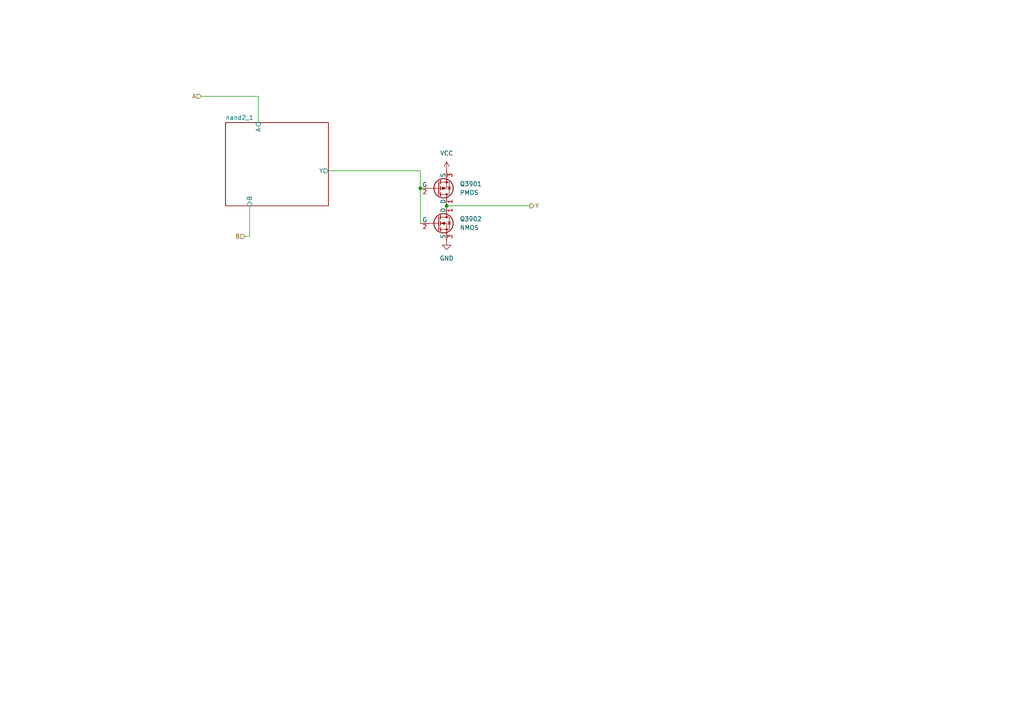
<source format=kicad_sch>
(kicad_sch (version 20250114) (generator "eeschema") (generator_version "9.0")
  (paper "A4")
  (lib_symbols
    (symbol "Simulation_SPICE:NMOS" (pin_names (offset 0))
      (property "Reference" "Q" (at 5.08 1.27 0))
      (property "Value" "NMOS" (at 5.08 -1.27 0))
      (symbol "NMOS_0_1"
        (polyline (pts (xy 0.254 1.905) (xy 0.254 -1.905)) (stroke (width 0.254)))
        (polyline (pts (xy 0.254 0) (xy -2.54 0)))
        (polyline (pts (xy 0.762 2.286) (xy 0.762 1.27)) (stroke (width 0.254)))
        (polyline (pts (xy 0.762 0.508) (xy 0.762 -0.508)) (stroke (width 0.254)))
        (polyline (pts (xy 0.762 -1.27) (xy 0.762 -2.286)) (stroke (width 0.254)))
        (polyline (pts (xy 0.762 -1.778) (xy 3.302 -1.778) (xy 3.302 1.778) (xy 0.762 1.778)))
        (polyline (pts (xy 1.016 0) (xy 2.032 0.381) (xy 2.032 -0.381) (xy 1.016 0)) (fill (type outline)))
        (circle (center 1.651 0) (radius 2.794) (stroke (width 0.254)))
        (polyline (pts (xy 2.54 2.54) (xy 2.54 1.778)))
        (circle (center 2.54 1.778) (radius 0.254) (fill (type outline)))
        (circle (center 2.54 -1.778) (radius 0.254) (fill (type outline)))
        (polyline (pts (xy 2.54 -2.54) (xy 2.54 0) (xy 0.762 0)))
        (polyline (pts (xy 2.794 0.508) (xy 2.921 0.381) (xy 3.683 0.381) (xy 3.81 0.254)))
        (polyline (pts (xy 3.302 0.381) (xy 2.921 -0.254) (xy 3.683 -0.254) (xy 3.302 0.381)))
      )
      (symbol "NMOS_1_1"
        (pin input line (at -5.08 0 0) (length 2.54) (name "G") (number "2"))
        (pin passive line (at 2.54 5.08 270) (length 2.54) (name "D") (number "1"))
        (pin passive line (at 2.54 -5.08 90) (length 2.54) (name "S") (number "3"))
      )
    )
    (symbol "Simulation_SPICE:PMOS" (pin_names (offset 0))
      (property "Reference" "Q" (at 5.08 1.27 0))
      (property "Value" "PMOS" (at 5.08 -1.27 0))
      (symbol "PMOS_0_1"
        (polyline (pts (xy 0.254 1.905) (xy 0.254 -1.905)) (stroke (width 0.254)))
        (polyline (pts (xy 0.254 0) (xy -2.54 0)))
        (polyline (pts (xy 0.762 2.286) (xy 0.762 1.27)) (stroke (width 0.254)))
        (polyline (pts (xy 0.762 1.778) (xy 3.302 1.778) (xy 3.302 -1.778) (xy 0.762 -1.778)))
        (polyline (pts (xy 0.762 0.508) (xy 0.762 -0.508)) (stroke (width 0.254)))
        (polyline (pts (xy 0.762 -1.27) (xy 0.762 -2.286)) (stroke (width 0.254)))
        (circle (center 1.651 0) (radius 2.794) (stroke (width 0.254)))
        (polyline (pts (xy 2.286 0) (xy 1.27 0.381) (xy 1.27 -0.381) (xy 2.286 0)) (fill (type outline)))
        (polyline (pts (xy 2.54 2.54) (xy 2.54 1.778)))
        (circle (center 2.54 1.778) (radius 0.254) (fill (type outline)))
        (circle (center 2.54 -1.778) (radius 0.254) (fill (type outline)))
        (polyline (pts (xy 2.54 -2.54) (xy 2.54 0) (xy 0.762 0)))
        (polyline (pts (xy 2.794 -0.508) (xy 2.921 -0.381) (xy 3.683 -0.381) (xy 3.81 -0.254)))
        (polyline (pts (xy 3.302 -0.381) (xy 2.921 0.254) (xy 3.683 0.254) (xy 3.302 -0.381)))
      )
      (symbol "PMOS_1_1"
        (pin input line (at -5.08 0 0) (length 2.54) (name "G") (number "2"))
        (pin passive line (at 2.54 5.08 270) (length 2.54) (name "D") (number "1"))
        (pin passive line (at 2.54 -5.08 90) (length 2.54) (name "S") (number "3"))
      )
    )
    (symbol "power:GND" (power) (pin_numbers (hide yes)) (pin_names (offset 0) (hide yes))
      (property "Value" "GND" (at 0 -3.81 0))
      (symbol "GND_0_1"
        (polyline (pts (xy 0 0) (xy 0 -1.27) (xy 1.27 -1.27) (xy 0 -2.54) (xy -1.27 -1.27) (xy 0 -1.27)))
      )
      (symbol "GND_1_1"
        (pin power_in line (at 0 0 270) (length 0) (name "~") (number "1"))
      )
    )
    (symbol "power:VCC" (power) (pin_numbers (hide yes)) (pin_names (offset 0) (hide yes))
      (property "Value" "VCC" (at 0 3.556 0))
      (symbol "VCC_0_1"
        (polyline (pts (xy -0.762 1.27) (xy 0 2.54)))
        (polyline (pts (xy 0 2.54) (xy 0.762 1.27)))
        (polyline (pts (xy 0 0) (xy 0 2.54)))
      )
      (symbol "VCC_1_1"
        (pin power_in line (at 0 0 90) (length 0) (name "~") (number "1"))
      )
    )
  )
  (junction (at 121.92 54.61))
  (junction (at 129.54 59.69))
  (wire (pts (xy 153.67 59.69) (xy 129.54 59.69)))
  (wire (pts (xy 95.25 49.53) (xy 121.92 49.53)))
  (wire (pts (xy 72.39 68.58) (xy 71.12 68.58)))
  (wire (pts (xy 74.93 27.94) (xy 58.42 27.94)))
  (wire (pts (xy 121.92 49.53) (xy 121.92 54.61)))
  (wire (pts (xy 74.93 35.56) (xy 74.93 27.94)))
  (wire (pts (xy 121.92 54.61) (xy 121.92 64.77)))
  (wire (pts (xy 72.39 59.69) (xy 72.39 68.58)))
  (hierarchical_label "A" (shape input) (at 58.42 27.94 180))
  (hierarchical_label "Y" (shape output) (at 153.67 59.69 0))
  (hierarchical_label "B" (shape input) (at 71.12 68.58 180))
  (symbol (lib_id "power:VCC") (at 129.54 49.53 0) (unit 1)
    (property "Reference" "#PWR03901" (effects (hide yes)))
    (property "Value" "VCC" (at 129.54 44.45 0))
    (property "Description" "Power symbol creates a global label with name \"VCC\"" (effects (hide yes)))
    (instances (project "add_sub" (path "" (reference "#PWR03901") (unit 1)) (path "" (reference "#PWR04401") (unit 1)) (path "" (reference "#PWR02401") (unit 1)) (path "" (reference "#PWR03601") (unit 1)) (path "" (reference "#PWR03901") (unit 1)) (path "" (reference "#PWR02301") (unit 1)) (path "" (reference "#PWR01501") (unit 1)) (path "" (reference "#PWR02501") (unit 1)) (path "" (reference "#PWR03901") (unit 1)) (path "" (reference "#PWR0601") (unit 1)) (path "" (reference "#PWR01001") (unit 1)) (path "" (reference "#PWR0501") (unit 1)) (path "" (reference "#PWR02801") (unit 1)) (path "" (reference "#PWR04201") (unit 1)) (path "" (reference "#PWR02001") (unit 1)) (path "" (reference "#PWR03201") (unit 1))))
  )
  (symbol (lib_id "Simulation_SPICE:PMOS") (at 127 54.61 0) (mirror x) (unit 1)
    (property "Reference" "Q3901" (at 133.35 53.3399 0) (effects (justify left)))
    (property "Value" "PMOS" (at 133.35 55.8799 0) (effects (justify left)))
    (property "Footprint" "Package_TO_SOT_SMD:TSOT-23" (effects (hide yes)))
    (property "Datasheet" "https://ngspice.sourceforge.io/docs/ngspice-html-manual/manual.xhtml#cha_MOSFETs" (effects (hide yes)))
    (property "Description" "P-MOSFET transistor, drain/source/gate" (effects (hide yes)))
    (property "Sim.Device" "PMOS" (effects (hide yes)))
    (property "Sim.Type" "MOS1" (effects (hide yes)))
    (property "Sim.Pins" "1=D 2=G 3=S" (effects (hide yes)))
    (instances (project "add_sub" (path "" (reference "Q3901") (unit 1)) (path "" (reference "Q4401") (unit 1)) (path "" (reference "Q2401") (unit 1)) (path "" (reference "Q3601") (unit 1)) (path "" (reference "Q3901") (unit 1)) (path "" (reference "Q2301") (unit 1)) (path "" (reference "Q1501") (unit 1)) (path "" (reference "Q2501") (unit 1)) (path "" (reference "Q3901") (unit 1)) (path "" (reference "Q601") (unit 1)) (path "" (reference "Q1001") (unit 1)) (path "" (reference "Q501") (unit 1)) (path "" (reference "Q2801") (unit 1)) (path "" (reference "Q4201") (unit 1)) (path "" (reference "Q2001") (unit 1)) (path "" (reference "Q3201") (unit 1))))
  )
  (symbol (lib_id "Simulation_SPICE:NMOS") (at 127 64.77 0) (unit 1)
    (property "Reference" "Q3902" (at 133.35 63.4999 0) (effects (justify left)))
    (property "Value" "NMOS" (at 133.35 66.0399 0) (effects (justify left)))
    (property "Footprint" "Package_TO_SOT_SMD:TSOT-23" (effects (hide yes)))
    (property "Datasheet" "https://ngspice.sourceforge.io/docs/ngspice-html-manual/manual.xhtml#cha_MOSFETs" (effects (hide yes)))
    (property "Description" "N-MOSFET transistor, drain/source/gate" (effects (hide yes)))
    (property "Sim.Device" "NMOS" (effects (hide yes)))
    (property "Sim.Type" "MOS1" (effects (hide yes)))
    (property "Sim.Pins" "1=D 2=G 3=S" (effects (hide yes)))
    (instances (project "add_sub" (path "" (reference "Q3902") (unit 1)) (path "" (reference "Q4402") (unit 1)) (path "" (reference "Q2402") (unit 1)) (path "" (reference "Q3602") (unit 1)) (path "" (reference "Q3902") (unit 1)) (path "" (reference "Q2302") (unit 1)) (path "" (reference "Q1502") (unit 1)) (path "" (reference "Q2502") (unit 1)) (path "" (reference "Q3902") (unit 1)) (path "" (reference "Q602") (unit 1)) (path "" (reference "Q1002") (unit 1)) (path "" (reference "Q502") (unit 1)) (path "" (reference "Q2802") (unit 1)) (path "" (reference "Q4202") (unit 1)) (path "" (reference "Q2002") (unit 1)) (path "" (reference "Q3202") (unit 1))))
  )
  (symbol (lib_id "power:GND") (at 129.54 69.85 0) (unit 1)
    (property "Reference" "#PWR03902" (effects (hide yes)))
    (property "Value" "GND" (at 129.54 74.93 0))
    (property "Description" "Power symbol creates a global label with name \"GND\" , ground" (effects (hide yes)))
    (instances (project "add_sub" (path "" (reference "#PWR03902") (unit 1)) (path "" (reference "#PWR04402") (unit 1)) (path "" (reference "#PWR02402") (unit 1)) (path "" (reference "#PWR03602") (unit 1)) (path "" (reference "#PWR03902") (unit 1)) (path "" (reference "#PWR02302") (unit 1)) (path "" (reference "#PWR01502") (unit 1)) (path "" (reference "#PWR02502") (unit 1)) (path "" (reference "#PWR03902") (unit 1)) (path "" (reference "#PWR0602") (unit 1)) (path "" (reference "#PWR01002") (unit 1)) (path "" (reference "#PWR0502") (unit 1)) (path "" (reference "#PWR02802") (unit 1)) (path "" (reference "#PWR04202") (unit 1)) (path "" (reference "#PWR02002") (unit 1)) (path "" (reference "#PWR03202") (unit 1))))
  )
  (sheet (at 65.405 35.56) (size 29.845 24.13) (stroke (width 0.1524))
    (property "Sheetname" "nand2_1" (at 65.405 34.8484 0) (effects (justify left bottom)))
    (property "Sheetfile" "../../modules/gates/gate_nand/gate_nand_2in/gate_nand_2in.kicad_sch" (effects (hide yes)))
    (pin "Y" output (at 95.25 49.53 0))
    (pin "A" input (at 74.93 35.56 90))
    (pin "B" input (at 72.39 59.69 270))
  )
)
</source>
